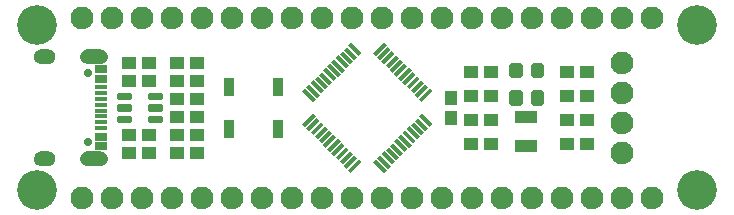
<source format=gbr>
G04 EAGLE Gerber RS-274X export*
G75*
%MOMM*%
%FSLAX34Y34*%
%LPD*%
%INSoldermask Top*%
%IPPOS*%
%AMOC8*
5,1,8,0,0,1.08239X$1,22.5*%
G01*
%ADD10R,0.350800X1.250800*%
%ADD11R,1.250800X0.350800*%
%ADD12R,1.050800X0.350800*%
%ADD13R,1.050800X0.650800*%
%ADD14C,0.700800*%
%ADD15R,1.150800X1.050800*%
%ADD16C,0.414550*%
%ADD17R,1.050800X1.150800*%
%ADD18C,0.598416*%
%ADD19C,1.930400*%
%ADD20R,0.950800X1.650800*%
%ADD21R,1.850800X1.050800*%
%ADD22C,3.352800*%

G36*
X-225446Y37154D02*
X-225446Y37154D01*
X-225443Y37151D01*
X-224321Y37306D01*
X-224316Y37311D01*
X-224312Y37308D01*
X-223241Y37679D01*
X-223237Y37685D01*
X-223232Y37683D01*
X-222255Y38256D01*
X-222252Y38262D01*
X-222247Y38261D01*
X-221400Y39014D01*
X-221398Y39021D01*
X-221393Y39021D01*
X-220709Y39924D01*
X-220709Y39931D01*
X-220704Y39932D01*
X-220209Y40951D01*
X-220211Y40958D01*
X-220206Y40960D01*
X-219919Y42057D01*
X-219921Y42061D01*
X-219919Y42062D01*
X-219921Y42064D01*
X-219918Y42066D01*
X-219851Y43197D01*
X-219853Y43201D01*
X-219851Y43203D01*
X-219918Y44334D01*
X-219923Y44339D01*
X-219919Y44343D01*
X-220206Y45440D01*
X-220212Y45444D01*
X-220209Y45449D01*
X-220704Y46468D01*
X-220710Y46471D01*
X-220709Y46476D01*
X-221393Y47379D01*
X-221400Y47381D01*
X-221400Y47386D01*
X-222247Y48139D01*
X-222254Y48139D01*
X-222255Y48144D01*
X-223232Y48717D01*
X-223239Y48716D01*
X-223241Y48721D01*
X-224312Y49092D01*
X-224318Y49089D01*
X-224321Y49094D01*
X-225443Y49249D01*
X-225448Y49246D01*
X-225450Y49249D01*
X-237450Y49249D01*
X-237455Y49246D01*
X-237458Y49249D01*
X-238725Y49044D01*
X-238731Y49038D01*
X-238736Y49041D01*
X-239925Y48559D01*
X-239929Y48552D01*
X-239935Y48554D01*
X-240988Y47820D01*
X-240990Y47812D01*
X-240996Y47813D01*
X-241859Y46863D01*
X-241860Y46854D01*
X-241865Y46854D01*
X-242495Y45735D01*
X-242494Y45727D01*
X-242500Y45725D01*
X-242865Y44495D01*
X-242862Y44487D01*
X-242867Y44484D01*
X-242949Y43203D01*
X-242947Y43199D01*
X-242949Y43197D01*
X-242867Y41916D01*
X-242861Y41910D01*
X-242865Y41905D01*
X-242500Y40675D01*
X-242493Y40670D01*
X-242495Y40665D01*
X-241865Y39546D01*
X-241858Y39543D01*
X-241859Y39537D01*
X-240996Y38587D01*
X-240988Y38586D01*
X-240988Y38580D01*
X-239935Y37846D01*
X-239927Y37846D01*
X-239925Y37841D01*
X-238736Y37359D01*
X-238728Y37361D01*
X-238725Y37356D01*
X-237458Y37151D01*
X-237453Y37154D01*
X-237450Y37151D01*
X-225450Y37151D01*
X-225446Y37154D01*
G37*
G36*
X-225446Y-49246D02*
X-225446Y-49246D01*
X-225443Y-49249D01*
X-224321Y-49094D01*
X-224316Y-49089D01*
X-224312Y-49092D01*
X-223241Y-48721D01*
X-223237Y-48715D01*
X-223232Y-48717D01*
X-222255Y-48144D01*
X-222252Y-48138D01*
X-222247Y-48139D01*
X-221400Y-47386D01*
X-221398Y-47379D01*
X-221393Y-47379D01*
X-220709Y-46476D01*
X-220709Y-46469D01*
X-220704Y-46468D01*
X-220209Y-45449D01*
X-220211Y-45442D01*
X-220206Y-45440D01*
X-219919Y-44343D01*
X-219921Y-44339D01*
X-219919Y-44338D01*
X-219921Y-44336D01*
X-219918Y-44334D01*
X-219851Y-43203D01*
X-219853Y-43199D01*
X-219851Y-43197D01*
X-219918Y-42066D01*
X-219923Y-42061D01*
X-219919Y-42057D01*
X-220206Y-40960D01*
X-220212Y-40956D01*
X-220209Y-40951D01*
X-220704Y-39932D01*
X-220710Y-39929D01*
X-220709Y-39924D01*
X-221393Y-39021D01*
X-221400Y-39019D01*
X-221400Y-39014D01*
X-222247Y-38261D01*
X-222254Y-38261D01*
X-222255Y-38256D01*
X-223232Y-37683D01*
X-223239Y-37684D01*
X-223241Y-37679D01*
X-224312Y-37308D01*
X-224318Y-37311D01*
X-224321Y-37306D01*
X-225443Y-37151D01*
X-225448Y-37154D01*
X-225450Y-37151D01*
X-237450Y-37151D01*
X-237455Y-37154D01*
X-237458Y-37151D01*
X-238725Y-37356D01*
X-238731Y-37362D01*
X-238736Y-37359D01*
X-239925Y-37841D01*
X-239929Y-37848D01*
X-239935Y-37846D01*
X-240988Y-38580D01*
X-240990Y-38588D01*
X-240996Y-38587D01*
X-241859Y-39537D01*
X-241860Y-39546D01*
X-241865Y-39546D01*
X-242495Y-40665D01*
X-242494Y-40673D01*
X-242500Y-40675D01*
X-242865Y-41905D01*
X-242862Y-41913D01*
X-242867Y-41916D01*
X-242949Y-43197D01*
X-242947Y-43201D01*
X-242949Y-43203D01*
X-242867Y-44484D01*
X-242861Y-44490D01*
X-242865Y-44495D01*
X-242500Y-45725D01*
X-242493Y-45730D01*
X-242495Y-45735D01*
X-241865Y-46854D01*
X-241858Y-46857D01*
X-241859Y-46863D01*
X-240996Y-47813D01*
X-240988Y-47814D01*
X-240988Y-47820D01*
X-239935Y-48554D01*
X-239927Y-48554D01*
X-239925Y-48559D01*
X-238736Y-49041D01*
X-238728Y-49039D01*
X-238725Y-49044D01*
X-237458Y-49249D01*
X-237453Y-49246D01*
X-237450Y-49249D01*
X-225450Y-49249D01*
X-225446Y-49246D01*
G37*
G36*
X-270247Y37153D02*
X-270247Y37153D01*
X-270245Y37151D01*
X-269069Y37262D01*
X-269064Y37267D01*
X-269060Y37264D01*
X-267928Y37602D01*
X-267924Y37608D01*
X-267919Y37606D01*
X-266875Y38158D01*
X-266872Y38165D01*
X-266867Y38163D01*
X-265951Y38909D01*
X-265950Y38916D01*
X-265944Y38916D01*
X-265191Y39826D01*
X-265191Y39833D01*
X-265186Y39834D01*
X-264625Y40873D01*
X-264626Y40878D01*
X-264622Y40880D01*
X-264623Y40881D01*
X-264621Y40882D01*
X-264274Y42011D01*
X-264274Y42012D01*
X-264273Y42013D01*
X-264276Y42017D01*
X-264272Y42020D01*
X-264151Y43195D01*
X-264155Y43202D01*
X-264151Y43206D01*
X-264308Y44546D01*
X-264313Y44552D01*
X-264310Y44557D01*
X-264761Y45828D01*
X-264768Y45833D01*
X-264766Y45838D01*
X-265488Y46977D01*
X-265496Y46980D01*
X-265495Y46986D01*
X-266453Y47936D01*
X-266461Y47937D01*
X-266462Y47943D01*
X-267607Y48656D01*
X-267616Y48655D01*
X-267617Y48661D01*
X-268893Y49101D01*
X-268900Y49099D01*
X-268903Y49103D01*
X-270245Y49249D01*
X-270248Y49247D01*
X-270250Y49249D01*
X-276250Y49249D01*
X-276254Y49247D01*
X-276256Y49249D01*
X-277585Y49094D01*
X-277591Y49088D01*
X-277595Y49091D01*
X-278856Y48644D01*
X-278861Y48637D01*
X-278866Y48639D01*
X-279996Y47922D01*
X-279999Y47915D01*
X-280005Y47916D01*
X-280947Y46966D01*
X-280948Y46957D01*
X-280954Y46957D01*
X-281661Y45821D01*
X-281660Y45813D01*
X-281666Y45811D01*
X-282102Y44546D01*
X-282100Y44538D01*
X-282105Y44536D01*
X-282249Y43205D01*
X-282245Y43199D01*
X-282249Y43195D01*
X-282139Y42029D01*
X-282134Y42024D01*
X-282137Y42020D01*
X-281802Y40897D01*
X-281796Y40893D01*
X-281798Y40889D01*
X-281250Y39853D01*
X-281244Y39850D01*
X-281245Y39845D01*
X-280506Y38937D01*
X-280499Y38935D01*
X-280499Y38930D01*
X-279597Y38183D01*
X-279590Y38183D01*
X-279589Y38178D01*
X-278558Y37621D01*
X-278551Y37622D01*
X-278549Y37617D01*
X-277430Y37273D01*
X-277423Y37275D01*
X-277420Y37271D01*
X-276255Y37151D01*
X-276252Y37153D01*
X-276250Y37151D01*
X-270250Y37151D01*
X-270247Y37153D01*
G37*
G36*
X-270247Y-49247D02*
X-270247Y-49247D01*
X-270245Y-49249D01*
X-269069Y-49138D01*
X-269064Y-49133D01*
X-269060Y-49136D01*
X-267928Y-48798D01*
X-267924Y-48792D01*
X-267919Y-48794D01*
X-266875Y-48242D01*
X-266872Y-48235D01*
X-266867Y-48237D01*
X-265951Y-47491D01*
X-265950Y-47484D01*
X-265944Y-47484D01*
X-265191Y-46575D01*
X-265191Y-46567D01*
X-265186Y-46567D01*
X-264625Y-45527D01*
X-264626Y-45522D01*
X-264622Y-45520D01*
X-264623Y-45519D01*
X-264621Y-45518D01*
X-264274Y-44389D01*
X-264274Y-44388D01*
X-264273Y-44387D01*
X-264276Y-44383D01*
X-264272Y-44380D01*
X-264151Y-43205D01*
X-264155Y-43198D01*
X-264151Y-43194D01*
X-264308Y-41854D01*
X-264313Y-41848D01*
X-264310Y-41843D01*
X-264761Y-40572D01*
X-264768Y-40567D01*
X-264766Y-40562D01*
X-265488Y-39423D01*
X-265496Y-39420D01*
X-265495Y-39414D01*
X-266453Y-38464D01*
X-266461Y-38463D01*
X-266462Y-38457D01*
X-267607Y-37744D01*
X-267616Y-37745D01*
X-267617Y-37739D01*
X-268893Y-37299D01*
X-268900Y-37301D01*
X-268903Y-37297D01*
X-270245Y-37151D01*
X-270248Y-37153D01*
X-270250Y-37151D01*
X-276250Y-37151D01*
X-276254Y-37153D01*
X-276256Y-37151D01*
X-277585Y-37306D01*
X-277591Y-37312D01*
X-277595Y-37309D01*
X-278856Y-37756D01*
X-278861Y-37763D01*
X-278866Y-37761D01*
X-279996Y-38478D01*
X-279999Y-38485D01*
X-280005Y-38484D01*
X-280947Y-39435D01*
X-280948Y-39443D01*
X-280954Y-39443D01*
X-281661Y-40579D01*
X-281660Y-40587D01*
X-281666Y-40589D01*
X-282102Y-41854D01*
X-282100Y-41862D01*
X-282105Y-41865D01*
X-282249Y-43195D01*
X-282245Y-43201D01*
X-282249Y-43205D01*
X-282139Y-44371D01*
X-282134Y-44376D01*
X-282137Y-44380D01*
X-281802Y-45503D01*
X-281796Y-45507D01*
X-281798Y-45511D01*
X-281250Y-46547D01*
X-281244Y-46550D01*
X-281245Y-46555D01*
X-280506Y-47463D01*
X-280499Y-47465D01*
X-280499Y-47470D01*
X-279597Y-48217D01*
X-279590Y-48217D01*
X-279589Y-48223D01*
X-278558Y-48779D01*
X-278551Y-48778D01*
X-278549Y-48783D01*
X-277430Y-49127D01*
X-277423Y-49125D01*
X-277420Y-49129D01*
X-276255Y-49249D01*
X-276252Y-49247D01*
X-276250Y-49249D01*
X-270250Y-49249D01*
X-270247Y-49247D01*
G37*
D10*
G36*
X52678Y16269D02*
X55159Y13788D01*
X46316Y4945D01*
X43835Y7426D01*
X52678Y16269D01*
G37*
G36*
X49143Y19804D02*
X51624Y17323D01*
X42781Y8480D01*
X40300Y10961D01*
X49143Y19804D01*
G37*
G36*
X45607Y23340D02*
X48088Y20859D01*
X39245Y12016D01*
X36764Y14497D01*
X45607Y23340D01*
G37*
G36*
X42072Y26875D02*
X44553Y24394D01*
X35710Y15551D01*
X33229Y18032D01*
X42072Y26875D01*
G37*
G36*
X38536Y30411D02*
X41017Y27930D01*
X32174Y19087D01*
X29693Y21568D01*
X38536Y30411D01*
G37*
G36*
X35001Y33946D02*
X37482Y31465D01*
X28639Y22622D01*
X26158Y25103D01*
X35001Y33946D01*
G37*
G36*
X31465Y37482D02*
X33946Y35001D01*
X25103Y26158D01*
X22622Y28639D01*
X31465Y37482D01*
G37*
G36*
X27930Y41017D02*
X30411Y38536D01*
X21568Y29693D01*
X19087Y32174D01*
X27930Y41017D01*
G37*
G36*
X24394Y44553D02*
X26875Y42072D01*
X18032Y33229D01*
X15551Y35710D01*
X24394Y44553D01*
G37*
G36*
X20859Y48088D02*
X23340Y45607D01*
X14497Y36764D01*
X12016Y39245D01*
X20859Y48088D01*
G37*
G36*
X17323Y51624D02*
X19804Y49143D01*
X10961Y40300D01*
X8480Y42781D01*
X17323Y51624D01*
G37*
G36*
X13788Y55159D02*
X16269Y52678D01*
X7426Y43835D01*
X4945Y46316D01*
X13788Y55159D01*
G37*
D11*
G36*
X-13788Y55159D02*
X-4945Y46316D01*
X-7426Y43835D01*
X-16269Y52678D01*
X-13788Y55159D01*
G37*
G36*
X-17323Y51624D02*
X-8480Y42781D01*
X-10961Y40300D01*
X-19804Y49143D01*
X-17323Y51624D01*
G37*
G36*
X-20859Y48088D02*
X-12016Y39245D01*
X-14497Y36764D01*
X-23340Y45607D01*
X-20859Y48088D01*
G37*
G36*
X-24394Y44553D02*
X-15551Y35710D01*
X-18032Y33229D01*
X-26875Y42072D01*
X-24394Y44553D01*
G37*
G36*
X-27930Y41017D02*
X-19087Y32174D01*
X-21568Y29693D01*
X-30411Y38536D01*
X-27930Y41017D01*
G37*
G36*
X-31465Y37482D02*
X-22622Y28639D01*
X-25103Y26158D01*
X-33946Y35001D01*
X-31465Y37482D01*
G37*
G36*
X-35001Y33946D02*
X-26158Y25103D01*
X-28639Y22622D01*
X-37482Y31465D01*
X-35001Y33946D01*
G37*
G36*
X-38536Y30411D02*
X-29693Y21568D01*
X-32174Y19087D01*
X-41017Y27930D01*
X-38536Y30411D01*
G37*
G36*
X-42072Y26875D02*
X-33229Y18032D01*
X-35710Y15551D01*
X-44553Y24394D01*
X-42072Y26875D01*
G37*
G36*
X-45607Y23340D02*
X-36764Y14497D01*
X-39245Y12016D01*
X-48088Y20859D01*
X-45607Y23340D01*
G37*
G36*
X-49143Y19804D02*
X-40300Y10961D01*
X-42781Y8480D01*
X-51624Y17323D01*
X-49143Y19804D01*
G37*
G36*
X-52678Y16269D02*
X-43835Y7426D01*
X-46316Y4945D01*
X-55159Y13788D01*
X-52678Y16269D01*
G37*
D10*
G36*
X-46316Y-4945D02*
X-43835Y-7426D01*
X-52678Y-16269D01*
X-55159Y-13788D01*
X-46316Y-4945D01*
G37*
G36*
X-42781Y-8480D02*
X-40300Y-10961D01*
X-49143Y-19804D01*
X-51624Y-17323D01*
X-42781Y-8480D01*
G37*
G36*
X-39245Y-12016D02*
X-36764Y-14497D01*
X-45607Y-23340D01*
X-48088Y-20859D01*
X-39245Y-12016D01*
G37*
G36*
X-35710Y-15551D02*
X-33229Y-18032D01*
X-42072Y-26875D01*
X-44553Y-24394D01*
X-35710Y-15551D01*
G37*
G36*
X-32174Y-19087D02*
X-29693Y-21568D01*
X-38536Y-30411D01*
X-41017Y-27930D01*
X-32174Y-19087D01*
G37*
G36*
X-28639Y-22622D02*
X-26158Y-25103D01*
X-35001Y-33946D01*
X-37482Y-31465D01*
X-28639Y-22622D01*
G37*
G36*
X-25103Y-26158D02*
X-22622Y-28639D01*
X-31465Y-37482D01*
X-33946Y-35001D01*
X-25103Y-26158D01*
G37*
G36*
X-21568Y-29693D02*
X-19087Y-32174D01*
X-27930Y-41017D01*
X-30411Y-38536D01*
X-21568Y-29693D01*
G37*
G36*
X-18032Y-33229D02*
X-15551Y-35710D01*
X-24394Y-44553D01*
X-26875Y-42072D01*
X-18032Y-33229D01*
G37*
G36*
X-14497Y-36764D02*
X-12016Y-39245D01*
X-20859Y-48088D01*
X-23340Y-45607D01*
X-14497Y-36764D01*
G37*
G36*
X-10961Y-40300D02*
X-8480Y-42781D01*
X-17323Y-51624D01*
X-19804Y-49143D01*
X-10961Y-40300D01*
G37*
G36*
X-7426Y-43835D02*
X-4945Y-46316D01*
X-13788Y-55159D01*
X-16269Y-52678D01*
X-7426Y-43835D01*
G37*
D11*
G36*
X7426Y-43835D02*
X16269Y-52678D01*
X13788Y-55159D01*
X4945Y-46316D01*
X7426Y-43835D01*
G37*
G36*
X10961Y-40300D02*
X19804Y-49143D01*
X17323Y-51624D01*
X8480Y-42781D01*
X10961Y-40300D01*
G37*
G36*
X14497Y-36764D02*
X23340Y-45607D01*
X20859Y-48088D01*
X12016Y-39245D01*
X14497Y-36764D01*
G37*
G36*
X18032Y-33229D02*
X26875Y-42072D01*
X24394Y-44553D01*
X15551Y-35710D01*
X18032Y-33229D01*
G37*
G36*
X21568Y-29693D02*
X30411Y-38536D01*
X27930Y-41017D01*
X19087Y-32174D01*
X21568Y-29693D01*
G37*
G36*
X25103Y-26158D02*
X33946Y-35001D01*
X31465Y-37482D01*
X22622Y-28639D01*
X25103Y-26158D01*
G37*
G36*
X28639Y-22622D02*
X37482Y-31465D01*
X35001Y-33946D01*
X26158Y-25103D01*
X28639Y-22622D01*
G37*
G36*
X32174Y-19087D02*
X41017Y-27930D01*
X38536Y-30411D01*
X29693Y-21568D01*
X32174Y-19087D01*
G37*
G36*
X35710Y-15551D02*
X44553Y-24394D01*
X42072Y-26875D01*
X33229Y-18032D01*
X35710Y-15551D01*
G37*
G36*
X39245Y-12016D02*
X48088Y-20859D01*
X45607Y-23340D01*
X36764Y-14497D01*
X39245Y-12016D01*
G37*
G36*
X42781Y-8480D02*
X51624Y-17323D01*
X49143Y-19804D01*
X40300Y-10961D01*
X42781Y-8480D01*
G37*
G36*
X46316Y-4945D02*
X55159Y-13788D01*
X52678Y-16269D01*
X43835Y-7426D01*
X46316Y-4945D01*
G37*
D12*
X-225650Y-7500D03*
X-225650Y-2500D03*
D13*
X-225650Y-32250D03*
X-225650Y-24500D03*
D12*
X-225650Y-17500D03*
X-225650Y-12500D03*
X-225650Y7500D03*
X-225650Y2500D03*
D13*
X-225650Y32250D03*
X-225650Y24500D03*
D12*
X-225650Y17500D03*
X-225650Y12500D03*
D14*
X-236700Y28900D03*
X-236700Y-28900D03*
D15*
X-184540Y38100D03*
X-201540Y38100D03*
X-160900Y7620D03*
X-143900Y7620D03*
X-143900Y-38100D03*
X-160900Y-38100D03*
X-160900Y38100D03*
X-143900Y38100D03*
X-143900Y22860D03*
X-160900Y22860D03*
D16*
X-175858Y-8569D02*
X-175858Y-10431D01*
X-184220Y-10431D01*
X-184220Y-8569D01*
X-175858Y-8569D01*
X-175858Y-931D02*
X-175858Y931D01*
X-175858Y-931D02*
X-184220Y-931D01*
X-184220Y931D01*
X-175858Y931D01*
X-175858Y8569D02*
X-175858Y10431D01*
X-175858Y8569D02*
X-184220Y8569D01*
X-184220Y10431D01*
X-175858Y10431D01*
X-201860Y10431D02*
X-201860Y8569D01*
X-210222Y8569D01*
X-210222Y10431D01*
X-201860Y10431D01*
X-201860Y-8569D02*
X-201860Y-10431D01*
X-210222Y-10431D01*
X-210222Y-8569D01*
X-201860Y-8569D01*
X-210222Y-931D02*
X-210222Y931D01*
X-201860Y931D01*
X-201860Y-931D01*
X-210222Y-931D01*
D17*
X71120Y8500D03*
X71120Y-8500D03*
D15*
X88020Y-30480D03*
X105020Y-30480D03*
X88020Y-10160D03*
X105020Y-10160D03*
X88020Y30480D03*
X105020Y30480D03*
D18*
X140858Y28058D02*
X140858Y35582D01*
X146382Y35582D01*
X146382Y28058D01*
X140858Y28058D01*
X140858Y33743D02*
X146382Y33743D01*
X122858Y12582D02*
X122858Y5058D01*
X122858Y12582D02*
X128382Y12582D01*
X128382Y5058D01*
X122858Y5058D01*
X122858Y10743D02*
X128382Y10743D01*
X140858Y12582D02*
X140858Y5058D01*
X140858Y12582D02*
X146382Y12582D01*
X146382Y5058D01*
X140858Y5058D01*
X140858Y10743D02*
X146382Y10743D01*
X122858Y28058D02*
X122858Y35582D01*
X128382Y35582D01*
X128382Y28058D01*
X122858Y28058D01*
X122858Y33743D02*
X128382Y33743D01*
D15*
X88020Y10160D03*
X105020Y10160D03*
X186300Y10160D03*
X169300Y10160D03*
X186300Y-10160D03*
X169300Y-10160D03*
D19*
X241300Y-76200D03*
X215900Y-76200D03*
X190500Y-76200D03*
X165100Y-76200D03*
X139700Y-76200D03*
X114300Y-76200D03*
X88900Y-76200D03*
X63500Y-76200D03*
X38100Y-76200D03*
X12700Y-76200D03*
X-12700Y-76200D03*
X-38100Y-76200D03*
X-63500Y-76200D03*
X-88900Y-76200D03*
X-114300Y-76200D03*
X-139700Y-76200D03*
X-165100Y-76200D03*
X-190500Y-76200D03*
X-215900Y-76200D03*
X-241300Y-76200D03*
X241300Y76200D03*
X215900Y76200D03*
X190500Y76200D03*
X165100Y76200D03*
X139700Y76200D03*
X114300Y76200D03*
X88900Y76200D03*
X63500Y76200D03*
X38100Y76200D03*
X12700Y76200D03*
X-12700Y76200D03*
X-38100Y76200D03*
X-63500Y76200D03*
X-88900Y76200D03*
X-114300Y76200D03*
X-139700Y76200D03*
X-165100Y76200D03*
X-190500Y76200D03*
X-215900Y76200D03*
X-241300Y76200D03*
X215900Y-38100D03*
X215900Y-12700D03*
X215900Y12700D03*
X215900Y38100D03*
D15*
X-201540Y22860D03*
X-184540Y22860D03*
X-201540Y-22860D03*
X-184540Y-22860D03*
X-160900Y-22860D03*
X-143900Y-22860D03*
X-160900Y-7620D03*
X-143900Y-7620D03*
D20*
X-76020Y-17780D03*
X-117020Y-17780D03*
X-76020Y17780D03*
X-117020Y17780D03*
D15*
X-201540Y-38100D03*
X-184540Y-38100D03*
D21*
X134620Y-7820D03*
X134620Y-32820D03*
D15*
X169300Y30480D03*
X186300Y30480D03*
X169300Y-30480D03*
X186300Y-30480D03*
D22*
X-279400Y69850D03*
X-279400Y-69850D03*
X279400Y-69850D03*
X279400Y69850D03*
M02*

</source>
